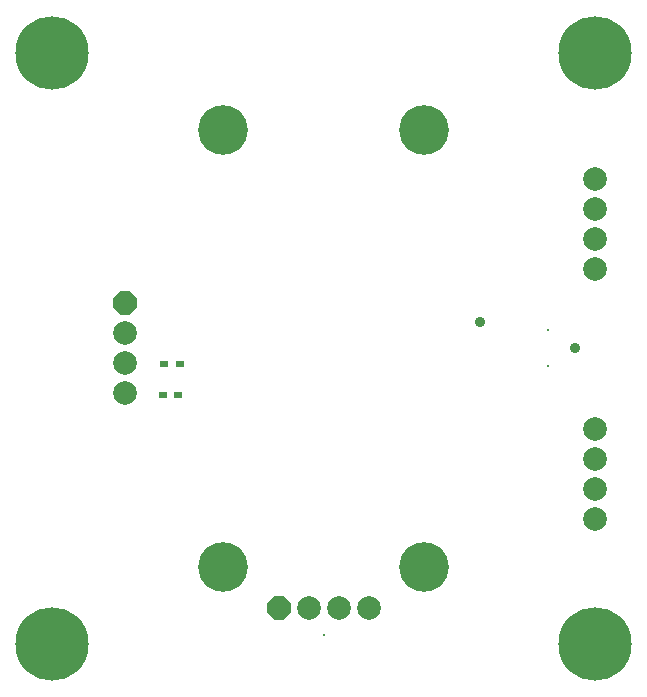
<source format=gbs>
G04 Layer_Color=16711935*
%FSLAX44Y44*%
%MOMM*%
G71*
G01*
G75*
G04:AMPARAMS|DCode=29|XSize=0.2032mm|YSize=0.2032mm|CornerRadius=0mm|HoleSize=0mm|Usage=FLASHONLY|Rotation=0.000|XOffset=0mm|YOffset=0mm|HoleType=Round|Shape=RoundedRectangle|*
%AMROUNDEDRECTD29*
21,1,0.2032,0.2032,0,0,0.0*
21,1,0.2032,0.2032,0,0,0.0*
1,1,0.0000,0.1016,-0.1016*
1,1,0.0000,-0.1016,-0.1016*
1,1,0.0000,-0.1016,0.1016*
1,1,0.0000,0.1016,0.1016*
%
%ADD29ROUNDEDRECTD29*%
%ADD30P,2.1683X8X22.5*%
%ADD31C,2.0032*%
%ADD32C,0.2032*%
%ADD33P,2.1683X8X292.5*%
%ADD34C,6.2032*%
%ADD35C,4.2032*%
%ADD36C,0.9032*%
%ADD37R,0.7032X0.6032*%
D29*
X275000Y57200D02*
D03*
D30*
X236900Y80000D02*
D03*
D31*
X262300D02*
D03*
X287700D02*
D03*
X313100D02*
D03*
X107000Y261900D02*
D03*
Y287300D02*
D03*
Y312700D02*
D03*
X504500Y206750D02*
D03*
Y181350D02*
D03*
Y155950D02*
D03*
Y232150D02*
D03*
X505000Y417700D02*
D03*
Y392300D02*
D03*
Y366900D02*
D03*
Y443100D02*
D03*
D32*
X465000Y285240D02*
D03*
Y315240D02*
D03*
D33*
X107000Y338100D02*
D03*
D34*
X505000Y550000D02*
D03*
X45000D02*
D03*
Y50000D02*
D03*
X505000D02*
D03*
D35*
X360000Y485000D02*
D03*
X190000D02*
D03*
Y115000D02*
D03*
X360000D02*
D03*
D36*
X487500Y300000D02*
D03*
X407500Y322500D02*
D03*
D37*
X153000Y287000D02*
D03*
X140000D02*
D03*
X152000Y261000D02*
D03*
X139000D02*
D03*
M02*

</source>
